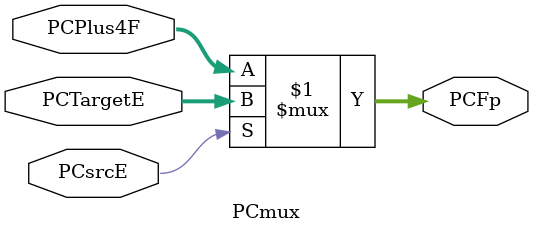
<source format=sv>
module PCmux #(
    parameter DATA_WIDTH = 32
) (
    input   logic [DATA_WIDTH-1:0]  PCPlus4F,
    input   logic [DATA_WIDTH-1:0]  PCTargetE,
    input   logic                   PCsrcE,
    output  logic [DATA_WIDTH-1:0]  PCFp
);

    assign PCFp = PCsrcE ? PCTargetE : PCPlus4F;

endmodule

</source>
